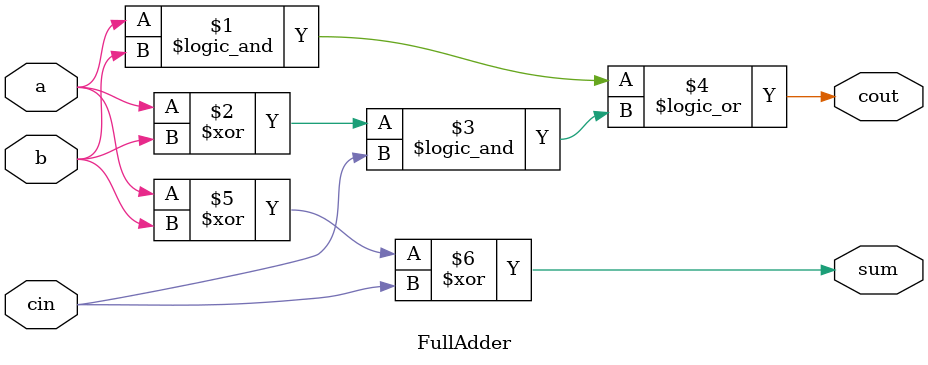
<source format=v>
module FullAdder
(
	input a,
	input b,
	input cin,
	output cout,
	output sum
);

//assign {cout, sum} = a + b + cin;
assign cout = (a && b) || ((a ^ b) && cin);
assign sum = (a ^ b ^ cin);

endmodule




</source>
